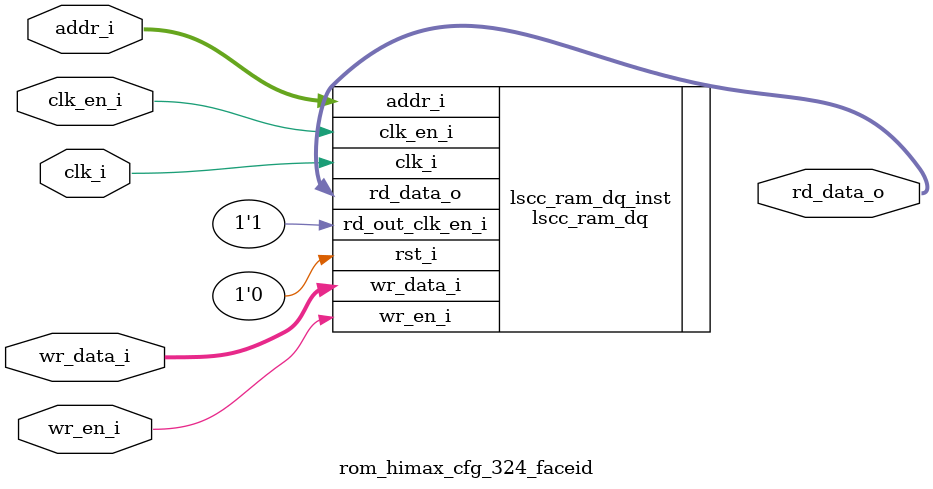
<source format=v>
/*******************************************************************************
    Verilog netlist generated by IPGEN Radiant
    Soft IP Version: 1.0.0
    Fri Mar 15 16:12:55 2019
*******************************************************************************/
/*******************************************************************************
    Include IP core template files.
*******************************************************************************/
`include "core/lscc_ram_dq.v"
/*******************************************************************************
    Wrapper Module generated per user settings.
*******************************************************************************/
module rom_himax_cfg_324_faceid (clk_i, clk_en_i, wr_en_i, wr_data_i, addr_i,
    rd_data_o);
    input  clk_i;
    input  clk_en_i;
    input  wr_en_i;
    input  [15:0]  wr_data_i;
    input  [7:0]  addr_i;
    output  [15:0]  rd_data_o;
    lscc_ram_dq #(.ADDR_DEPTH(256),
        .DATA_WIDTH(16),
        .ADDR_WIDTH(8),
        .REGMODE("noreg"),
        .RESETMODE("sync"),
        .INIT_MODE("mem_file"),
        .INIT_FILE("misc/ram256x16_himax_faceid_rom_himax_cfg_324_faceid_copy.mem"),
        .INIT_FILE_FORMAT("hex"))
    lscc_ram_dq_inst(.clk_i(clk_i),
        .rst_i(1'b0),
        .clk_en_i(clk_en_i),
        .rd_out_clk_en_i(1'b1),
        .wr_en_i(wr_en_i),
        .wr_data_i(wr_data_i),
        .addr_i(addr_i),
        .rd_data_o(rd_data_o));
endmodule
</source>
